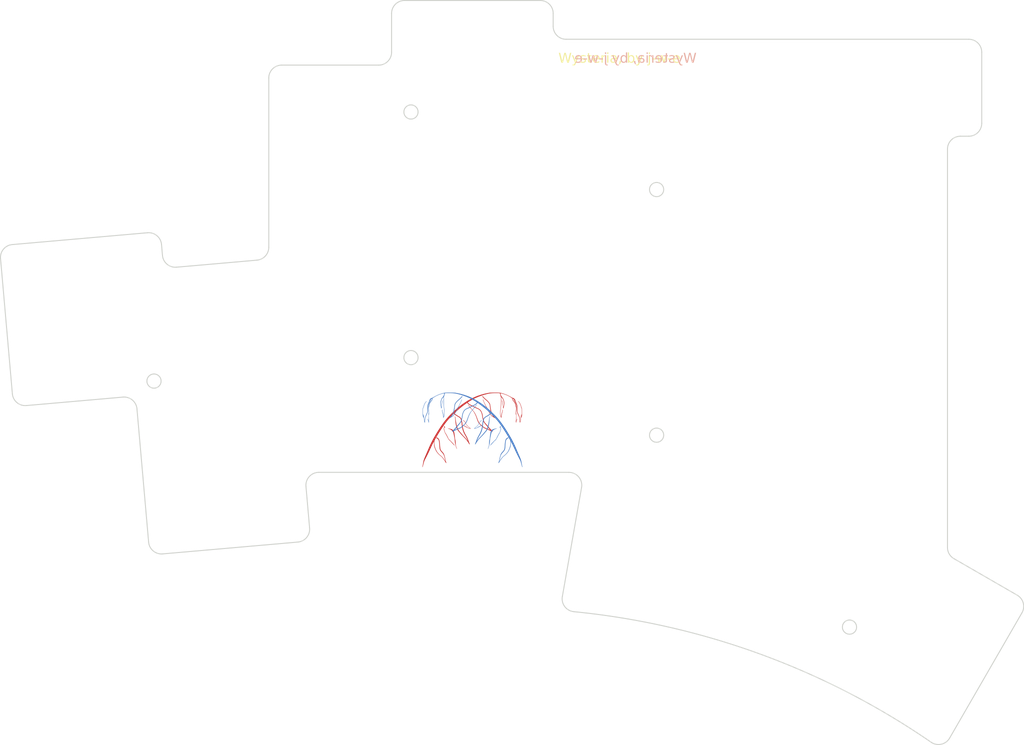
<source format=kicad_pcb>
(kicad_pcb (version 20221018) (generator pcbnew)
  (title_block (title "jwe") (rev "v1.0.0") (company "Unknown"))
  (layers (0 "F.Cu" signal) (31 "B.Cu" signal) (34 "B.Paste" user) (35 "F.Paste" user) (36 "B.SilkS" user "B.Silkscreen") (37 "F.SilkS" user "F.Silkscreen") (38 "B.Mask" user) (39 "F.Mask" user) (44 "Edge.Cuts" user))
  (net 0 "")
  (footprint "output v0.2 as printed:Wysteria" (layer "F.Cu") (at 136.397133 181.385156)
    (fp_text reference "D20" hide)
    (fp_text value "" hide)
  )
  (footprint "output v0.2 as printed:Wysteria" (layer "B.Cu") (at 136.397133 181.385156 180)
    (fp_text reference "D20" hide)
    (fp_text value "" hide)
  )
  (gr_arc (start 104.897138 153.063968) (mid 104.371662 154.415128) (end 103.071443 155.056357) (stroke (width 0.15)) (layer "Edge.Cuts"))
  (gr_line (start 210.233382 228.991469) (end 221.41713 209.620679) (stroke (width 0.15)) (layer "Edge.Cuts"))
  (gr_arc (start 220.685076 206.888617) (mid 221.61699 208.103027) (end 221.41713 209.620679) (stroke (width 0.15)) (layer "Edge.Cuts"))
  (gr_line (start 110.650414 190.059461) (end 111.214269 196.504392) (stroke (width 0.15)) (layer "Edge.Cuts"))
  (gr_arc (start 90.61842 156.145859) (mid 89.158569 155.685521) (end 88.451712 154.327781) (stroke (width 0.15)) (layer "Edge.Cuts"))
  (gr_arc (start 123.897132 116.885153) (mid 124.482949 115.470946) (end 125.897137 114.885153) (stroke (width 0.15)) (layer "Edge.Cuts"))
  (gr_circle (center 87.140873 173.766) (end 88.240885 173.765994) (stroke (width 0.15)) (fill none) (layer "Edge.Cuts"))
  (gr_arc (start 210.897127 201.237557) (mid 210.165089 200.505497) (end 209.897138 199.505502) (stroke (width 0.15)) (layer "Edge.Cuts"))
  (gr_circle (center 126.897136 170.135155) (end 127.997138 170.135152) (stroke (width 0.15)) (fill none) (layer "Edge.Cuts"))
  (gr_line (start 63.398687 154.813139) (end 65.228954 175.733229) (stroke (width 0.15)) (layer "Edge.Cuts"))
  (gr_arc (start 123.897138 122.885155) (mid 123.311414 124.299444) (end 121.897134 124.885151) (stroke (width 0.15)) (layer "Edge.Cuts"))
  (gr_line (start 104.897139 153.063973) (end 104.897126 126.885154) (stroke (width 0.15)) (layer "Edge.Cuts"))
  (gr_line (start 106.897132 124.885153) (end 121.897134 124.885151) (stroke (width 0.15)) (layer "Edge.Cuts"))
  (gr_line (start 88.476107 200.501361) (end 109.39619 198.671088) (stroke (width 0.15)) (layer "Edge.Cuts"))
  (gr_arc (start 213.197145 120.885151) (mid 214.6114 121.470889) (end 215.197132 122.885149) (stroke (width 0.15)) (layer "Edge.Cuts"))
  (gr_line (start 67.395655 177.551303) (end 82.338568 176.243975) (stroke (width 0.15)) (layer "Edge.Cuts"))
  (gr_line (start 210.897127 201.237557) (end 220.685076 206.888617) (stroke (width 0.15)) (layer "Edge.Cuts"))
  (gr_arc (start 210.233383 228.991468) (mid 208.942099 229.942337) (end 207.367422 229.63897) (stroke (width 0.15)) (layer "Edge.Cuts"))
  (gr_arc (start 86.136858 150.816175) (mid 87.596708 151.2765) (end 88.303559 152.634254) (stroke (width 0.15)) (layer "Edge.Cuts"))
  (gr_line (start 125.897137 114.885153) (end 146.897125 114.885146) (stroke (width 0.15)) (layer "Edge.Cuts"))
  (gr_arc (start 104.897126 126.885154) (mid 105.482913 125.470915) (end 106.897132 124.885153) (stroke (width 0.15)) (layer "Edge.Cuts"))
  (gr_line (start 150.897141 120.885153) (end 213.197145 120.885151) (stroke (width 0.15)) (layer "Edge.Cuts"))
  (gr_circle (center 126.897131 132.135149) (end 127.997126 132.135151) (stroke (width 0.15)) (fill none) (layer "Edge.Cuts"))
  (gr_line (start 84.505276 178.062058) (end 86.309405 198.683281) (stroke (width 0.15)) (layer "Edge.Cuts"))
  (gr_arc (start 215.197132 133.885148) (mid 214.611377 135.299371) (end 213.197137 135.885154) (stroke (width 0.15)) (layer "Edge.Cuts"))
  (gr_line (start 211.897137 135.885157) (end 213.197137 135.885154) (stroke (width 0.15)) (layer "Edge.Cuts"))
  (gr_line (start 112.642804 187.885151) (end 151.319576 187.88515) (stroke (width 0.15)) (layer "Edge.Cuts"))
  (gr_line (start 150.314603 207.102162) (end 153.289192 190.232445) (stroke (width 0.15)) (layer "Edge.Cuts"))
  (gr_arc (start 152.088814 209.43989) (mid 181.009882 216.031641) (end 207.367422 229.63897) (stroke (width 0.15)) (layer "Edge.Cuts"))
  (gr_line (start 88.303559 152.634254) (end 88.451712 154.327781) (stroke (width 0.15)) (layer "Edge.Cuts"))
  (gr_line (start 90.618412 156.145858) (end 103.071443 155.056357) (stroke (width 0.15)) (layer "Edge.Cuts"))
  (gr_line (start 209.897138 199.505502) (end 209.897139 137.885154) (stroke (width 0.15)) (layer "Edge.Cuts"))
  (gr_arc (start 82.338572 176.243974) (mid 83.798485 176.704235) (end 84.505276 178.062058) (stroke (width 0.15)) (layer "Edge.Cuts"))
  (gr_arc (start 110.650414 190.059461) (mid 111.168254 188.533976) (end 112.642804 187.885151) (stroke (width 0.15)) (layer "Edge.Cuts"))
  (gr_arc (start 88.476107 200.501362) (mid 87.016261 200.041019) (end 86.309405 198.683281) (stroke (width 0.15)) (layer "Edge.Cuts"))
  (gr_arc (start 111.214279 196.50439) (mid 110.753958 197.96425) (end 109.39619 198.671088) (stroke (width 0.15)) (layer "Edge.Cuts"))
  (gr_arc (start 63.39868 154.813139) (mid 63.85896 153.353225) (end 65.216768 152.646443) (stroke (width 0.15)) (layer "Edge.Cuts"))
  (gr_arc (start 151.319573 187.885154) (mid 152.851721 188.599535) (end 153.289192 190.232445) (stroke (width 0.15)) (layer "Edge.Cuts"))
  (gr_circle (center 164.897134 144.135149) (end 165.997137 144.135155) (stroke (width 0.15)) (fill none) (layer "Edge.Cuts"))
  (gr_line (start 65.216768 152.646443) (end 86.136852 150.816171) (stroke (width 0.15)) (layer "Edge.Cuts"))
  (gr_line (start 215.197132 133.885148) (end 215.197132 122.885149) (stroke (width 0.15)) (layer "Edge.Cuts"))
  (gr_arc (start 146.897125 114.885146) (mid 148.311338 115.470939) (end 148.897129 116.885153) (stroke (width 0.15)) (layer "Edge.Cuts"))
  (gr_arc (start 150.897141 120.885153) (mid 149.482912 120.299376) (end 148.897133 118.885151) (stroke (width 0.15)) (layer "Edge.Cuts"))
  (gr_arc (start 152.088816 209.439891) (mid 150.691085 208.658564) (end 150.314603 207.102162) (stroke (width 0.15)) (layer "Edge.Cuts"))
  (gr_line (start 148.897129 116.885153) (end 148.897133 118.885151) (stroke (width 0.15)) (layer "Edge.Cuts"))
  (gr_arc (start 67.395656 177.551307) (mid 65.935796 177.090982) (end 65.228954 175.733229) (stroke (width 0.15)) (layer "Edge.Cuts"))
  (gr_line (start 123.897138 122.885155) (end 123.897132 116.885153) (stroke (width 0.15)) (layer "Edge.Cuts"))
  (gr_circle (center 164.897126 182.135151) (end 165.99713 182.135152) (stroke (width 0.15)) (fill none) (layer "Edge.Cuts"))
  (gr_arc (start 209.897139 137.885154) (mid 210.482901 136.470928) (end 211.897137 135.885157) (stroke (width 0.15)) (layer "Edge.Cuts"))
  (gr_circle (center 194.739557 211.827562) (end 195.839574 211.827566) (stroke (width 0.15)) (fill none) (layer "Edge.Cuts"))
  (gr_text "Wysteria, by j-w-e" (at 152.180303 123.885153) (layer "B.SilkS") (effects (font (size 1.5 1.5)) (justify right mirror)))
  (gr_text "Wysteria, by j-w-e" (at 149.697141 123.885153) (layer "F.SilkS") (effects (font (size 1.5 1.5)) (justify left)))
)
</source>
